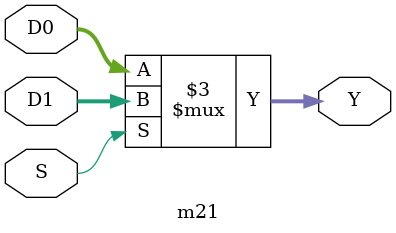
<source format=v>
module m21( D0, D1, S, Y);
parameter K=16;
input[K-1:0] D0, D1;
input S;
output reg[K-1:0] Y;

always @(D0 or D1 or S)
begin

if(S) 
Y= D1;
else
Y=D0;

end

endmodule
</source>
